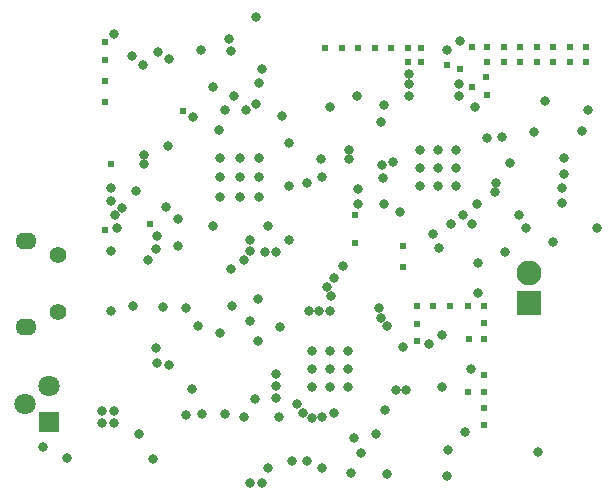
<source format=gbs>
%FSLAX25Y25*%
%MOIN*%
G70*
G01*
G75*
G04 Layer_Color=16711935*
%ADD10R,0.05512X0.04724*%
%ADD11R,0.04331X0.07480*%
%ADD12R,0.05315X0.01575*%
%ADD13R,0.09449X0.02992*%
%ADD14R,0.05118X0.02756*%
%ADD15O,0.03347X0.01102*%
%ADD16O,0.01102X0.03347*%
%ADD17R,0.06693X0.06693*%
%ADD18R,0.16535X0.16535*%
%ADD19O,0.02900X0.01100*%
%ADD20O,0.01100X0.02900*%
%ADD21R,0.15748X0.15748*%
%ADD22R,0.17606X0.17606*%
%ADD23O,0.03347X0.01102*%
%ADD24O,0.01102X0.03347*%
%ADD25R,0.04724X0.04724*%
%ADD26R,0.04921X0.07874*%
%ADD27R,0.02756X0.03543*%
%ADD28R,0.02756X0.00984*%
%ADD29R,0.02402X0.08661*%
%ADD30R,0.05512X0.04331*%
%ADD31R,0.01181X0.01181*%
%ADD32R,0.01181X0.01181*%
%ADD33R,0.02362X0.01969*%
%ADD34R,0.01969X0.02362*%
%ADD35R,0.02756X0.03543*%
%ADD36R,0.03543X0.02756*%
%ADD37R,0.02992X0.09449*%
%ADD38R,0.04331X0.05512*%
%ADD39R,0.04724X0.04724*%
%ADD40R,0.07480X0.04331*%
%ADD41C,0.01200*%
%ADD42C,0.02000*%
%ADD43C,0.01000*%
%ADD44C,0.01500*%
%ADD45O,0.06299X0.04724*%
%ADD46C,0.04724*%
%ADD47R,0.06299X0.06299*%
%ADD48C,0.06299*%
%ADD49R,0.07480X0.07480*%
%ADD50C,0.07480*%
%ADD51C,0.02400*%
%ADD52C,0.03150*%
%ADD53C,0.04000*%
%ADD54O,0.08331X0.06756*%
%ADD55C,0.06756*%
G04:AMPARAMS|DCode=56|XSize=99.37mil|YSize=99.37mil|CornerRadius=0mil|HoleSize=0mil|Usage=FLASHONLY|Rotation=0.000|XOffset=0mil|YOffset=0mil|HoleType=Round|Shape=Relief|Width=10mil|Gap=10mil|Entries=4|*
%AMTHD56*
7,0,0,0.09937,0.07937,0.01000,45*
%
%ADD56THD56*%
%ADD57C,0.07937*%
G04:AMPARAMS|DCode=58|XSize=95.433mil|YSize=95.433mil|CornerRadius=0mil|HoleSize=0mil|Usage=FLASHONLY|Rotation=0.000|XOffset=0mil|YOffset=0mil|HoleType=Round|Shape=Relief|Width=10mil|Gap=10mil|Entries=4|*
%AMTHD58*
7,0,0,0.09543,0.07543,0.01000,45*
%
%ADD58THD58*%
%ADD59C,0.07543*%
G04:AMPARAMS|DCode=60|XSize=72mil|YSize=72mil|CornerRadius=0mil|HoleSize=0mil|Usage=FLASHONLY|Rotation=0.000|XOffset=0mil|YOffset=0mil|HoleType=Round|Shape=Relief|Width=10mil|Gap=10mil|Entries=4|*
%AMTHD60*
7,0,0,0.07200,0.05200,0.01000,45*
%
%ADD60THD60*%
%ADD61C,0.05200*%
%ADD62C,0.00984*%
%ADD63C,0.00394*%
%ADD64C,0.00315*%
%ADD65C,0.00787*%
%ADD66C,0.00500*%
%ADD67R,0.02756X0.02756*%
%ADD68R,0.02756X0.02756*%
%ADD69R,0.05039X0.04252*%
%ADD70R,0.09370X0.02913*%
%ADD71O,0.03150X0.00906*%
%ADD72O,0.00906X0.03150*%
%ADD73O,0.02920X0.01120*%
%ADD74O,0.01120X0.02920*%
%ADD75R,0.15348X0.15348*%
%ADD76O,0.00700X0.02500*%
%ADD77O,0.02500X0.00700*%
%ADD78R,0.02913X0.09370*%
%ADD79R,0.05906X0.05118*%
%ADD80R,0.05131X0.08280*%
%ADD81R,0.06115X0.02375*%
%ADD82R,0.09528X0.03071*%
%ADD83R,0.05918X0.03556*%
%ADD84O,0.03898X0.01654*%
%ADD85O,0.01654X0.03898*%
%ADD86R,0.07244X0.07244*%
%ADD87O,0.03700X0.01900*%
%ADD88O,0.01900X0.03700*%
%ADD89R,0.16548X0.16548*%
%ADD90R,0.18709X0.18709*%
%ADD91O,0.04449X0.02205*%
%ADD92O,0.02205X0.04449*%
%ADD93R,0.05524X0.05524*%
%ADD94R,0.05709X0.08661*%
%ADD95R,0.03556X0.04343*%
%ADD96R,0.03556X0.01784*%
%ADD97R,0.03202X0.09461*%
%ADD98R,0.06312X0.05131*%
%ADD99R,0.03162X0.02769*%
%ADD100R,0.02769X0.03162*%
%ADD101R,0.03556X0.04343*%
%ADD102R,0.04343X0.03556*%
%ADD103R,0.03071X0.09528*%
%ADD104R,0.05131X0.06312*%
%ADD105R,0.05524X0.05524*%
%ADD106R,0.08280X0.05131*%
%ADD107O,0.07099X0.05524*%
%ADD108C,0.05524*%
%ADD109R,0.07099X0.07099*%
%ADD110C,0.07099*%
%ADD111R,0.08280X0.08280*%
%ADD112C,0.08280*%
%ADD113C,0.03200*%
D51*
X257000Y180000D02*
D03*
X234500Y168500D02*
D03*
X132500Y227500D02*
D03*
X145500Y207500D02*
D03*
X130500Y205500D02*
D03*
Y248000D02*
D03*
Y262000D02*
D03*
Y268000D02*
D03*
X204000Y266000D02*
D03*
X209500D02*
D03*
X215000D02*
D03*
X220500D02*
D03*
X226000D02*
D03*
X231500D02*
D03*
X236000D02*
D03*
Y261500D02*
D03*
X231500D02*
D03*
X244500Y260500D02*
D03*
X253000Y266500D02*
D03*
X258000D02*
D03*
X263500D02*
D03*
X269000D02*
D03*
X274500D02*
D03*
X280000D02*
D03*
X285500D02*
D03*
X291000D02*
D03*
X258000Y250500D02*
D03*
X257500Y256500D02*
D03*
X253000Y253000D02*
D03*
X263500Y261500D02*
D03*
X274500D02*
D03*
X280000D02*
D03*
X285500D02*
D03*
X291000D02*
D03*
X269000D02*
D03*
X258000D02*
D03*
X249000Y259000D02*
D03*
X257000Y169000D02*
D03*
Y174500D02*
D03*
X252000Y169000D02*
D03*
X251500Y180000D02*
D03*
X245500D02*
D03*
X240000D02*
D03*
X234500D02*
D03*
Y174000D02*
D03*
X257000Y157000D02*
D03*
Y151500D02*
D03*
Y146000D02*
D03*
Y140500D02*
D03*
X251500Y151500D02*
D03*
X130500Y255000D02*
D03*
X156500Y244969D02*
D03*
X230000Y193000D02*
D03*
Y200000D02*
D03*
X214000Y210500D02*
D03*
Y201000D02*
D03*
D52*
X247532Y232000D02*
D03*
Y220000D02*
D03*
X235531Y232000D02*
D03*
Y220000D02*
D03*
Y226000D02*
D03*
X247532D02*
D03*
X241531Y232000D02*
D03*
Y220000D02*
D03*
Y226000D02*
D03*
X211500Y159000D02*
D03*
X199500D02*
D03*
X205500Y165000D02*
D03*
Y153000D02*
D03*
Y159000D02*
D03*
X211500Y165000D02*
D03*
Y153000D02*
D03*
X199500D02*
D03*
Y165000D02*
D03*
X169000Y216500D02*
D03*
Y229500D02*
D03*
X182000D02*
D03*
Y216500D02*
D03*
X175500D02*
D03*
Y223000D02*
D03*
Y229500D02*
D03*
X182000Y223000D02*
D03*
X169000D02*
D03*
D107*
X104362Y201772D02*
D03*
Y173228D02*
D03*
D108*
X114795Y177953D02*
D03*
Y197047D02*
D03*
D109*
X112000Y141500D02*
D03*
D110*
Y153500D02*
D03*
X104000Y147500D02*
D03*
D111*
X272000Y181000D02*
D03*
D112*
Y191000D02*
D03*
D113*
X129532Y144968D02*
D03*
X129532Y141032D02*
D03*
X133468Y141032D02*
D03*
X133468Y144968D02*
D03*
X110000Y133000D02*
D03*
X118000Y129500D02*
D03*
X222500Y176000D02*
D03*
X189000Y173000D02*
D03*
X198500Y178500D02*
D03*
X170500Y245500D02*
D03*
X192000Y234500D02*
D03*
X227500Y152000D02*
D03*
X230968Y152032D02*
D03*
X224000Y145500D02*
D03*
X238500Y167500D02*
D03*
X243032Y170468D02*
D03*
X252532Y159031D02*
D03*
X243032Y153032D02*
D03*
X223650Y214150D02*
D03*
X232000Y257500D02*
D03*
X232031Y253969D02*
D03*
X248468Y253969D02*
D03*
X214469Y249969D02*
D03*
X166642Y206610D02*
D03*
X205532Y246500D02*
D03*
X212032Y229000D02*
D03*
Y232000D02*
D03*
X146500Y129000D02*
D03*
X142000Y137500D02*
D03*
X132500Y219500D02*
D03*
X141000Y218500D02*
D03*
X155000Y209000D02*
D03*
X230000Y166500D02*
D03*
X169000Y171000D02*
D03*
X151000Y213000D02*
D03*
X223532Y247000D02*
D03*
X222579Y241500D02*
D03*
X232031Y250000D02*
D03*
X248532D02*
D03*
X224532Y124031D02*
D03*
X250500Y138000D02*
D03*
X221031Y137469D02*
D03*
X254031Y246500D02*
D03*
X277063Y248468D02*
D03*
X291531Y245500D02*
D03*
X132500Y178500D02*
D03*
X132500Y198500D02*
D03*
X245000Y132000D02*
D03*
X244500Y123500D02*
D03*
X275000Y131500D02*
D03*
X249000Y268500D02*
D03*
X244500Y265500D02*
D03*
X224500Y173500D02*
D03*
X161500D02*
D03*
X159500Y152500D02*
D03*
X194500Y147500D02*
D03*
X139953Y180047D02*
D03*
X148031Y203532D02*
D03*
X155000Y200000D02*
D03*
X222000Y179500D02*
D03*
X191969Y202031D02*
D03*
X203000Y223000D02*
D03*
X198000Y221000D02*
D03*
X202500Y229000D02*
D03*
X184890Y206610D02*
D03*
X177000Y195500D02*
D03*
X179000Y198500D02*
D03*
Y202000D02*
D03*
X187500Y198000D02*
D03*
X184000D02*
D03*
X157500Y143634D02*
D03*
X163000Y144000D02*
D03*
X143500Y230500D02*
D03*
Y227500D02*
D03*
X215000Y219000D02*
D03*
Y214000D02*
D03*
X206000Y183300D02*
D03*
X173000Y180000D02*
D03*
X147500Y166189D02*
D03*
X148000Y161000D02*
D03*
X152000Y160500D02*
D03*
X149858Y179642D02*
D03*
X145000Y195500D02*
D03*
X134500Y206000D02*
D03*
X134000Y210500D02*
D03*
X147500Y199000D02*
D03*
X258032Y236000D02*
D03*
X151500Y233500D02*
D03*
X133709Y270630D02*
D03*
X139500Y263500D02*
D03*
X143370Y260382D02*
D03*
X168610Y238890D02*
D03*
X160000Y243000D02*
D03*
X173500Y250000D02*
D03*
X166500Y253000D02*
D03*
X162500Y265454D02*
D03*
X148370Y264870D02*
D03*
X177500Y245500D02*
D03*
X181000Y247500D02*
D03*
X189500Y243500D02*
D03*
X172500Y265000D02*
D03*
X152000Y262500D02*
D03*
X183000Y259000D02*
D03*
X171953Y269047D02*
D03*
X182000Y254500D02*
D03*
X181000Y276500D02*
D03*
X263000Y236500D02*
D03*
X273488Y237988D02*
D03*
X223018Y227000D02*
D03*
X223118Y222800D02*
D03*
X226500Y228000D02*
D03*
X280000Y201500D02*
D03*
X294500Y206000D02*
D03*
X271000Y206000D02*
D03*
X289500Y238500D02*
D03*
X229000Y211500D02*
D03*
X264000Y198000D02*
D03*
X265600Y227900D02*
D03*
X283500Y229500D02*
D03*
X260469Y217969D02*
D03*
X254500Y214000D02*
D03*
X260963Y221168D02*
D03*
X283500Y224000D02*
D03*
X268500Y210500D02*
D03*
X250000D02*
D03*
X253000Y207500D02*
D03*
X283000Y219500D02*
D03*
Y214500D02*
D03*
X240000Y204000D02*
D03*
X246000Y207500D02*
D03*
X242000Y199500D02*
D03*
X207000Y189500D02*
D03*
X210000Y193500D02*
D03*
X202000Y178500D02*
D03*
X205500Y178500D02*
D03*
X204500Y186500D02*
D03*
X255000Y194500D02*
D03*
Y184500D02*
D03*
X157500Y179500D02*
D03*
X172500Y192500D02*
D03*
X181500Y182500D02*
D03*
Y168500D02*
D03*
X183000Y121000D02*
D03*
X185000Y126000D02*
D03*
X187500Y157500D02*
D03*
Y153500D02*
D03*
X179000Y121000D02*
D03*
X198000Y128500D02*
D03*
X180500Y149000D02*
D03*
X187500Y149500D02*
D03*
X179000Y175000D02*
D03*
X203000Y126000D02*
D03*
X196500Y144500D02*
D03*
X199500Y142636D02*
D03*
X213500Y136000D02*
D03*
X203000Y143000D02*
D03*
X207000Y144500D02*
D03*
X193000Y128500D02*
D03*
X216000Y131000D02*
D03*
X212500Y124500D02*
D03*
X170500Y144000D02*
D03*
X188500Y143000D02*
D03*
X177000D02*
D03*
X136157Y212869D02*
D03*
X132500Y215000D02*
D03*
X192000Y220000D02*
D03*
M02*

</source>
